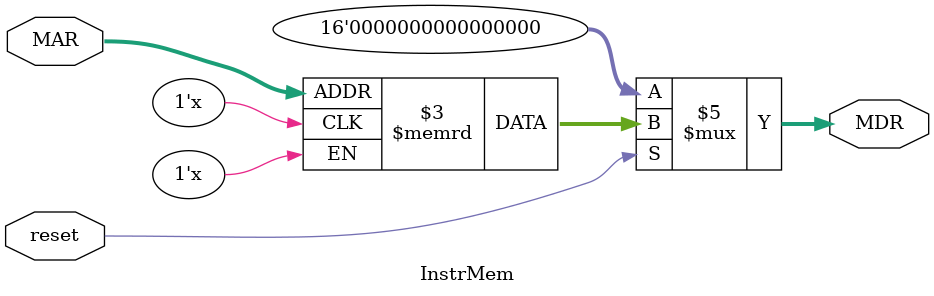
<source format=v>
module  InstrMem #(parameter WORD_LENGTH=16,parameter ADDRESS_SPACE=21) ( MAR, MDR, reset);
input  [ADDRESS_SPACE-1:0] MAR;
input  reset;
output reg[WORD_LENGTH-1:0]   MDR;

reg [WORD_LENGTH-1:0] cache [((2 ** ADDRESS_SPACE)-1):0];

/* Note: reset is an active low signal */
integer i;
always @ (*)
    if (!reset)
        begin
            MDR = 'b0;
        end
    else
        begin
            MDR = cache[MAR];

        end

endmodule

</source>
